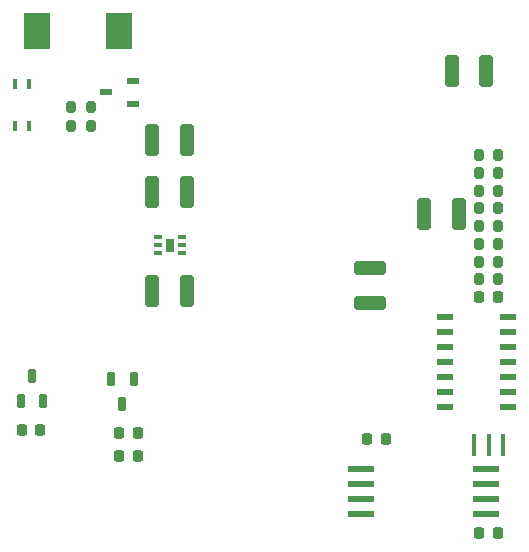
<source format=gtp>
%TF.GenerationSoftware,KiCad,Pcbnew,9.0.4*%
%TF.CreationDate,2025-11-06T05:06:55+09:00*%
%TF.ProjectId,CAN_Isolation_mini,43414e5f-4973-46f6-9c61-74696f6e5f6d,Ver.1.1*%
%TF.SameCoordinates,Original*%
%TF.FileFunction,Paste,Top*%
%TF.FilePolarity,Positive*%
%FSLAX46Y46*%
G04 Gerber Fmt 4.6, Leading zero omitted, Abs format (unit mm)*
G04 Created by KiCad (PCBNEW 9.0.4) date 2025-11-06 05:06:55*
%MOMM*%
%LPD*%
G01*
G04 APERTURE LIST*
G04 Aperture macros list*
%AMRoundRect*
0 Rectangle with rounded corners*
0 $1 Rounding radius*
0 $2 $3 $4 $5 $6 $7 $8 $9 X,Y pos of 4 corners*
0 Add a 4 corners polygon primitive as box body*
4,1,4,$2,$3,$4,$5,$6,$7,$8,$9,$2,$3,0*
0 Add four circle primitives for the rounded corners*
1,1,$1+$1,$2,$3*
1,1,$1+$1,$4,$5*
1,1,$1+$1,$6,$7*
1,1,$1+$1,$8,$9*
0 Add four rect primitives between the rounded corners*
20,1,$1+$1,$2,$3,$4,$5,0*
20,1,$1+$1,$4,$5,$6,$7,0*
20,1,$1+$1,$6,$7,$8,$9,0*
20,1,$1+$1,$8,$9,$2,$3,0*%
G04 Aperture macros list end*
%ADD10C,0.010000*%
%ADD11R,2.200000X3.100000*%
%ADD12RoundRect,0.225000X-0.225000X-0.250000X0.225000X-0.250000X0.225000X0.250000X-0.225000X0.250000X0*%
%ADD13RoundRect,0.200000X-0.200000X-0.275000X0.200000X-0.275000X0.200000X0.275000X-0.200000X0.275000X0*%
%ADD14R,2.253927X0.622132*%
%ADD15R,0.690000X0.320000*%
%ADD16RoundRect,0.250000X-0.325000X-1.100000X0.325000X-1.100000X0.325000X1.100000X-0.325000X1.100000X0*%
%ADD17R,1.016000X0.558800*%
%ADD18RoundRect,0.075000X0.225000X-0.540000X0.225000X0.540000X-0.225000X0.540000X-0.225000X-0.540000X0*%
%ADD19R,0.393700X0.812800*%
%ADD20R,1.397000X0.558800*%
%ADD21RoundRect,0.225000X0.225000X0.250000X-0.225000X0.250000X-0.225000X-0.250000X0.225000X-0.250000X0*%
%ADD22RoundRect,0.250000X0.325000X1.100000X-0.325000X1.100000X-0.325000X-1.100000X0.325000X-1.100000X0*%
%ADD23R,0.400000X1.900000*%
%ADD24RoundRect,0.250000X-1.100000X0.325000X-1.100000X-0.325000X1.100000X-0.325000X1.100000X0.325000X0*%
%ADD25RoundRect,0.075000X-0.225000X0.540000X-0.225000X-0.540000X0.225000X-0.540000X0.225000X0.540000X0*%
G04 APERTURE END LIST*
D10*
%TO.C,U5*%
X103973095Y-99901000D02*
X103341095Y-99901000D01*
X103341095Y-98889000D01*
X103973095Y-98889000D01*
X103973095Y-99901000D01*
G36*
X103973095Y-99901000D02*
G01*
X103341095Y-99901000D01*
X103341095Y-98889000D01*
X103973095Y-98889000D01*
X103973095Y-99901000D01*
G37*
%TD*%
D11*
%TO.C,D3*%
X92388363Y-81280000D03*
X99388363Y-81280000D03*
%TD*%
D12*
%TO.C,C7*%
X129882095Y-103809000D03*
X131432095Y-103809000D03*
%TD*%
D13*
%TO.C,R9*%
X95332095Y-89294905D03*
X96982095Y-89294905D03*
%TD*%
D14*
%TO.C,U2*%
X130457618Y-122214000D03*
X130457618Y-120944000D03*
X130457618Y-119674000D03*
X130457618Y-118404000D03*
X119856572Y-118404000D03*
X119856572Y-119674000D03*
X119856572Y-120944000D03*
X119856572Y-122214000D03*
%TD*%
D12*
%TO.C,C10*%
X91165000Y-115110000D03*
X92715000Y-115110000D03*
%TD*%
D15*
%TO.C,U5*%
X104677095Y-100045000D03*
X104677095Y-99395000D03*
X104677095Y-98745000D03*
X102637095Y-98745000D03*
X102637095Y-99395000D03*
X102637095Y-100045000D03*
%TD*%
D16*
%TO.C,C2*%
X102182095Y-103309000D03*
X105132095Y-103309000D03*
%TD*%
D12*
%TO.C,C5*%
X129882095Y-123809000D03*
X131432095Y-123809000D03*
%TD*%
D17*
%TO.C,U6*%
X100584000Y-87437001D03*
X100584000Y-85536999D03*
X98298000Y-86487000D03*
%TD*%
D12*
%TO.C,C11*%
X99382095Y-115309000D03*
X100932095Y-115309000D03*
%TD*%
D18*
%TO.C,D1*%
X91030000Y-112640000D03*
X92930000Y-112640000D03*
X91980000Y-110520000D03*
%TD*%
D19*
%TO.C,LED2*%
X91760345Y-85794905D03*
X90553845Y-85794905D03*
%TD*%
D16*
%TO.C,C8*%
X102157000Y-90551000D03*
X105107000Y-90551000D03*
%TD*%
D13*
%TO.C,R5*%
X129832095Y-96309000D03*
X131482095Y-96309000D03*
%TD*%
%TO.C,R3*%
X129832095Y-99309000D03*
X131482095Y-99309000D03*
%TD*%
D20*
%TO.C,U1*%
X127002795Y-105499000D03*
X127002795Y-106769000D03*
X127002795Y-108039000D03*
X127002795Y-109309000D03*
X127002795Y-110579000D03*
X127002795Y-111849000D03*
X127002795Y-113119000D03*
X132311395Y-113119000D03*
X132311395Y-111849000D03*
X132311395Y-110579000D03*
X132311395Y-109309000D03*
X132311395Y-108039000D03*
X132311395Y-106769000D03*
X132311395Y-105499000D03*
%TD*%
D19*
%TO.C,LED1*%
X91760345Y-89294905D03*
X90553845Y-89294905D03*
%TD*%
D13*
%TO.C,R2*%
X129832095Y-100809000D03*
X131482095Y-100809000D03*
%TD*%
D16*
%TO.C,C1*%
X102182095Y-94895000D03*
X105132095Y-94895000D03*
%TD*%
D21*
%TO.C,C6*%
X121932095Y-115809000D03*
X120382095Y-115809000D03*
%TD*%
%TO.C,C12*%
X100932095Y-117309000D03*
X99382095Y-117309000D03*
%TD*%
D22*
%TO.C,C3*%
X128132095Y-96809000D03*
X125182095Y-96809000D03*
%TD*%
D23*
%TO.C,Y1*%
X131857095Y-116309000D03*
X130657095Y-116309000D03*
X129457095Y-116309000D03*
%TD*%
D24*
%TO.C,C4*%
X120657095Y-101334000D03*
X120657095Y-104284000D03*
%TD*%
D22*
%TO.C,C9*%
X130475000Y-84700000D03*
X127525000Y-84700000D03*
%TD*%
D25*
%TO.C,D2*%
X100607095Y-110749000D03*
X98707095Y-110749000D03*
X99657095Y-112869000D03*
%TD*%
D13*
%TO.C,R10*%
X95314000Y-87757000D03*
X96964000Y-87757000D03*
%TD*%
%TO.C,R6*%
X129832095Y-94809000D03*
X131482095Y-94809000D03*
%TD*%
%TO.C,R1*%
X129832095Y-102309000D03*
X131482095Y-102309000D03*
%TD*%
%TO.C,R7*%
X129832095Y-91809000D03*
X131482095Y-91809000D03*
%TD*%
%TO.C,R8*%
X129832095Y-93309000D03*
X131482095Y-93309000D03*
%TD*%
%TO.C,R4*%
X129832095Y-97809000D03*
X131482095Y-97809000D03*
%TD*%
M02*

</source>
